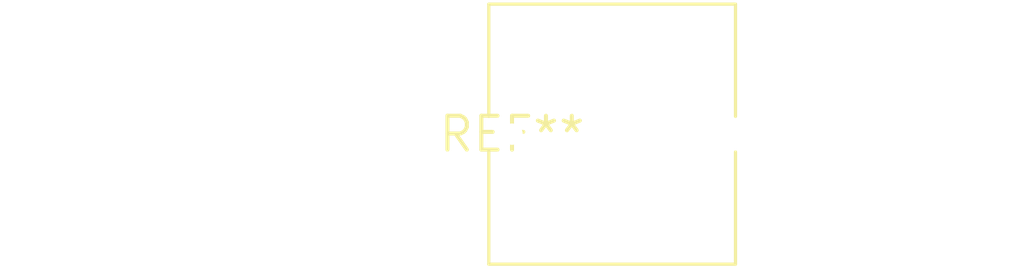
<source format=kicad_pcb>
(kicad_pcb (version 20240108) (generator pcbnew)
  (layers (0 "F.Cu" signal) (31 "B.Cu" signal) (34 "B.Paste" user) (35 "F.Paste" user) (36 "B.SilkS" user "B.Silkscreen") (37 "F.SilkS" user "F.Silkscreen") (38 "B.Mask" user) (39 "F.Mask" user) (44 "Edge.Cuts" user))
  (net 0 "")
  (footprint "C_Rect_L9.0mm_W9.5mm_P7.50mm_MKT" (layer "F.Cu") (at 0 0)
    (property "Reference" "REF**")
    (property "Value" "C_Rect_L9.0mm_W9.5mm_P7.50mm_MKT")
    (fp_line (start -0.87 -4.87) (end -0.87 -0.665) (layer "F.SilkS") (stroke (width 0.12)))
    (fp_line (start -0.87 -4.87) (end 8.37 -4.87) (layer "F.SilkS") (stroke (width 0.12)))
    (fp_line (start -0.87 0.665) (end -0.87 4.87) (layer "F.SilkS") (stroke (width 0.12)))
    (fp_line (start -0.87 4.87) (end 8.37 4.87) (layer "F.SilkS") (stroke (width 0.12)))
    (fp_line (start 8.37 -4.87) (end 8.37 -0.665) (layer "F.SilkS") (stroke (width 0.12)))
    (fp_line (start 8.37 0.665) (end 8.37 4.87) (layer "F.SilkS") (stroke (width 0.12)))
    (pad "1" thru_hole circle (at 0 0) (size 1.6 1.6) (drill 0.8) (layers *.Cu *.Mask) (remove_unused_layers))
    (pad "2" thru_hole circle (at 7.5 0) (size 1.6 1.6) (drill 0.8) (layers *.Cu *.Mask) (remove_unused_layers))
  )
)
</source>
